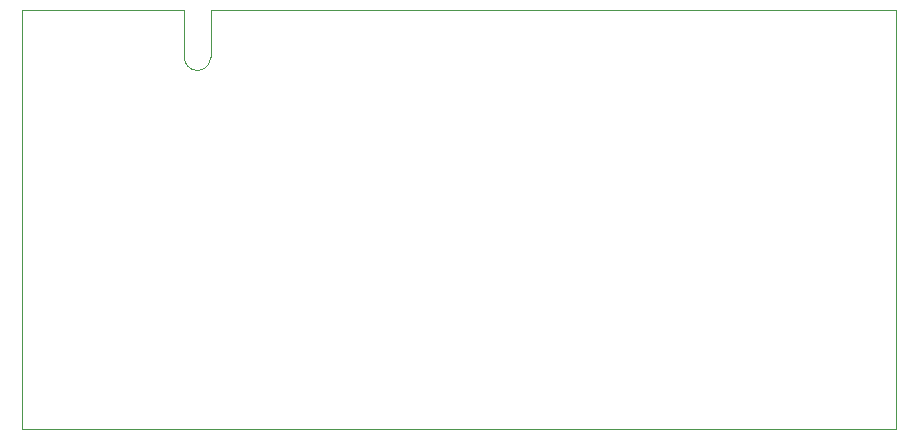
<source format=gbr>
%TF.GenerationSoftware,KiCad,Pcbnew,(7.0.0)*%
%TF.CreationDate,2023-08-31T15:59:46+04:00*%
%TF.ProjectId,RD53B_Quad_ZIF_to_ERF8_Data_Adapter,52443533-425f-4517-9561-645f5a49465f,V0*%
%TF.SameCoordinates,Original*%
%TF.FileFunction,Profile,NP*%
%FSLAX46Y46*%
G04 Gerber Fmt 4.6, Leading zero omitted, Abs format (unit mm)*
G04 Created by KiCad (PCBNEW (7.0.0)) date 2023-08-31 15:59:46*
%MOMM*%
%LPD*%
G01*
G04 APERTURE LIST*
%TA.AperFunction,Profile*%
%ADD10C,0.010000*%
%TD*%
G04 APERTURE END LIST*
D10*
X115448000Y-84010000D02*
X115448000Y-119510000D01*
X178420500Y-84010000D02*
X189448000Y-84010000D01*
X189448000Y-84010000D02*
X189448000Y-119510000D01*
X126420500Y-84010000D02*
X115448000Y-84010000D01*
X189448000Y-119510000D02*
X115448000Y-119510000D01*
%TO.C,J5*%
X129200500Y-84010000D02*
X126420500Y-84010000D01*
X129200500Y-88010000D02*
X129200500Y-84010000D01*
X131420500Y-84010000D02*
X131420500Y-88010000D01*
X178420500Y-84010000D02*
X131420500Y-84010000D01*
X129200500Y-88010000D02*
G75*
G03*
X130310500Y-89120000I1109998J-2D01*
G01*
X130310500Y-89120000D02*
G75*
G03*
X131420500Y-88010000I2J1109998D01*
G01*
%TD*%
M02*

</source>
